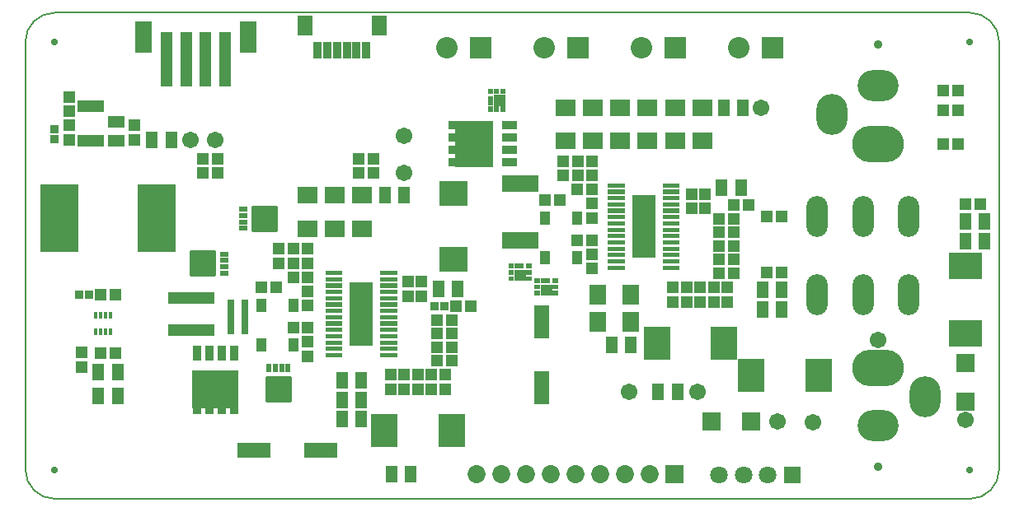
<source format=gts>
%FSTAX43Y43*%
%MOMM*%
G71*
G01*
G75*
G04 Layer_Color=8388736*
%ADD10R,2.500X3.300*%
%ADD11R,1.500X1.900*%
%ADD12R,1.600X0.300*%
%ADD13R,3.400X9.700*%
%ADD14R,0.400X0.455*%
%ADD15R,1.050X1.100*%
%ADD16R,0.400X0.850*%
%ADD17C,1.500*%
%ADD18R,1.400X0.700*%
%ADD19R,3.800X4.500*%
%ADD20R,0.900X0.900*%
%ADD21R,1.700X1.700*%
%ADD22R,1.000X1.400*%
%ADD23R,1.700X1.700*%
%ADD24R,1.300X1.900*%
%ADD25R,0.650X1.600*%
%ADD26R,1.000X5.500*%
%ADD27R,1.600X3.000*%
%ADD28R,4.000X7.000*%
%ADD29R,0.300X0.800*%
%ADD30R,3.300X2.500*%
%ADD31R,1.000X1.500*%
%ADD32R,1.900X1.500*%
%ADD33R,3.000X2.500*%
%ADD34R,3.500X1.500*%
%ADD35R,0.900X1.200*%
%ADD36R,0.900X0.900*%
%ADD37R,0.455X0.400*%
%ADD38R,1.100X1.050*%
%ADD39R,0.850X0.400*%
%ADD40R,1.499X3.404*%
%ADD41R,0.600X0.600*%
%ADD42R,0.400X0.700*%
G04:AMPARAMS|DCode=43|XSize=2.51mm|YSize=2.55mm|CornerRadius=0.063mm|HoleSize=0mm|Usage=FLASHONLY|Rotation=270.000|XOffset=0mm|YOffset=0mm|HoleType=Round|Shape=RoundedRectangle|*
%AMROUNDEDRECTD43*
21,1,2.510,2.425,0,0,270.0*
21,1,2.385,2.550,0,0,270.0*
1,1,0.126,-1.212,-1.192*
1,1,0.126,-1.212,1.192*
1,1,0.126,1.212,1.192*
1,1,0.126,1.212,-1.192*
%
%ADD43ROUNDEDRECTD43*%
%ADD44R,0.753X3.600*%
%ADD45R,3.404X1.499*%
%ADD46R,0.700X0.400*%
G04:AMPARAMS|DCode=47|XSize=2.51mm|YSize=2.55mm|CornerRadius=0.063mm|HoleSize=0mm|Usage=FLASHONLY|Rotation=0.000|XOffset=0mm|YOffset=0mm|HoleType=Round|Shape=RoundedRectangle|*
%AMROUNDEDRECTD47*
21,1,2.510,2.425,0,0,0.0*
21,1,2.385,2.550,0,0,0.0*
1,1,0.126,1.192,-1.212*
1,1,0.126,-1.192,-1.212*
1,1,0.126,-1.192,1.212*
1,1,0.126,1.192,1.212*
%
%ADD47ROUNDEDRECTD47*%
%ADD48R,2.500X1.000*%
%ADD49R,1.400X1.000*%
%ADD50R,0.700X1.400*%
%ADD51R,4.500X3.800*%
%ADD52R,0.600X0.600*%
%ADD53R,4.700X1.250*%
%ADD54C,1.000*%
%ADD55C,0.600*%
%ADD56C,0.500*%
%ADD57C,0.300*%
%ADD58C,1.500*%
%ADD59C,0.900*%
%ADD60C,0.400*%
%ADD61C,1.700*%
%ADD62R,11.700X1.200*%
%ADD63R,4.000X11.800*%
%ADD64R,2.500X1.250*%
%ADD65R,2.500X7.100*%
%ADD66R,5.300X3.150*%
%ADD67R,6.100X1.000*%
%ADD68R,2.500X2.100*%
%ADD69R,13.900X1.900*%
%ADD70R,6.600X1.900*%
%ADD71R,3.200X8.500*%
%ADD72R,1.400X10.500*%
%ADD73R,3.300X1.500*%
%ADD74R,1.500X9.100*%
%ADD75R,1.100X3.875*%
%ADD76R,7.900X4.400*%
%ADD77R,3.200X0.600*%
%ADD78R,3.875X1.600*%
%ADD79R,15.400X1.900*%
%ADD80R,2.500X9.900*%
%ADD81R,3.400X4.200*%
%ADD82R,8.300X5.400*%
%ADD83R,24.000X2.700*%
%ADD84R,3.000X2.800*%
%ADD85R,2.900X11.200*%
%ADD86R,1.400X3.600*%
%ADD87R,4.200X1.450*%
%ADD88R,3.400X0.800*%
%ADD89R,1.000X9.300*%
%ADD90R,4.200X0.900*%
%ADD91R,3.400X5.700*%
%ADD92R,7.100X3.400*%
%ADD93R,4.400X8.250*%
%ADD94R,3.800X7.000*%
%ADD95R,4.400X13.600*%
%ADD96R,1.800X7.200*%
%ADD97R,5.100X10.400*%
%ADD98R,5.100X4.000*%
%ADD99R,7.200X5.500*%
%ADD100R,8.400X1.300*%
%ADD101R,6.100X3.100*%
%ADD102C,0.200*%
%ADD103R,2.000X2.000*%
%ADD104C,2.000*%
%ADD105C,0.500*%
%ADD106O,5.080X3.500*%
%ADD107O,3.000X4.000*%
%ADD108O,4.000X3.000*%
%ADD109C,0.700*%
%ADD110O,2.000X4.000*%
%ADD111C,1.700*%
%ADD112C,1.600*%
%ADD113R,1.600X1.600*%
%ADD114C,0.600*%
G04:AMPARAMS|DCode=115|XSize=14mm|YSize=4mm|CornerRadius=1mm|HoleSize=0mm|Usage=FLASHONLY|Rotation=0.000|XOffset=0mm|YOffset=0mm|HoleType=Round|Shape=RoundedRectangle|*
%AMROUNDEDRECTD115*
21,1,14.000,2.000,0,0,0.0*
21,1,12.000,4.000,0,0,0.0*
1,1,2.000,6.000,-1.000*
1,1,2.000,-6.000,-1.000*
1,1,2.000,-6.000,1.000*
1,1,2.000,6.000,1.000*
%
%ADD115ROUNDEDRECTD115*%
G04:AMPARAMS|DCode=116|XSize=14mm|YSize=4mm|CornerRadius=1mm|HoleSize=0mm|Usage=FLASHONLY|Rotation=270.000|XOffset=0mm|YOffset=0mm|HoleType=Round|Shape=RoundedRectangle|*
%AMROUNDEDRECTD116*
21,1,14.000,2.000,0,0,270.0*
21,1,12.000,4.000,0,0,270.0*
1,1,2.000,-1.000,-6.000*
1,1,2.000,-1.000,6.000*
1,1,2.000,1.000,6.000*
1,1,2.000,1.000,-6.000*
%
%ADD116ROUNDEDRECTD116*%
G04:AMPARAMS|DCode=117|XSize=8mm|YSize=8mm|CornerRadius=2mm|HoleSize=0mm|Usage=FLASHONLY|Rotation=270.000|XOffset=0mm|YOffset=0mm|HoleType=Round|Shape=RoundedRectangle|*
%AMROUNDEDRECTD117*
21,1,8.000,4.000,0,0,270.0*
21,1,4.000,8.000,0,0,270.0*
1,1,4.000,-2.000,-2.000*
1,1,4.000,-2.000,2.000*
1,1,4.000,2.000,2.000*
1,1,4.000,2.000,-2.000*
%
%ADD117ROUNDEDRECTD117*%
G04:AMPARAMS|DCode=118|XSize=9mm|YSize=4mm|CornerRadius=1mm|HoleSize=0mm|Usage=FLASHONLY|Rotation=270.000|XOffset=0mm|YOffset=0mm|HoleType=Round|Shape=RoundedRectangle|*
%AMROUNDEDRECTD118*
21,1,9.000,2.000,0,0,270.0*
21,1,7.000,4.000,0,0,270.0*
1,1,2.000,-1.000,-3.500*
1,1,2.000,-1.000,3.500*
1,1,2.000,1.000,3.500*
1,1,2.000,1.000,-3.500*
%
%ADD118ROUNDEDRECTD118*%
G04:AMPARAMS|DCode=119|XSize=3.5mm|YSize=5.5mm|CornerRadius=0.875mm|HoleSize=0mm|Usage=FLASHONLY|Rotation=270.000|XOffset=0mm|YOffset=0mm|HoleType=Round|Shape=RoundedRectangle|*
%AMROUNDEDRECTD119*
21,1,3.500,3.750,0,0,270.0*
21,1,1.750,5.500,0,0,270.0*
1,1,1.750,-1.875,-0.875*
1,1,1.750,-1.875,0.875*
1,1,1.750,1.875,0.875*
1,1,1.750,1.875,-0.875*
%
%ADD119ROUNDEDRECTD119*%
G04:AMPARAMS|DCode=120|XSize=3.5mm|YSize=3.5mm|CornerRadius=0.875mm|HoleSize=0mm|Usage=FLASHONLY|Rotation=270.000|XOffset=0mm|YOffset=0mm|HoleType=Round|Shape=RoundedRectangle|*
%AMROUNDEDRECTD120*
21,1,3.500,1.750,0,0,270.0*
21,1,1.750,3.500,0,0,270.0*
1,1,1.750,-0.875,-0.875*
1,1,1.750,-0.875,0.875*
1,1,1.750,0.875,0.875*
1,1,1.750,0.875,-0.875*
%
%ADD120ROUNDEDRECTD120*%
G04:AMPARAMS|DCode=121|XSize=6mm|YSize=5mm|CornerRadius=1.25mm|HoleSize=0mm|Usage=FLASHONLY|Rotation=270.000|XOffset=0mm|YOffset=0mm|HoleType=Round|Shape=RoundedRectangle|*
%AMROUNDEDRECTD121*
21,1,6.000,2.500,0,0,270.0*
21,1,3.500,5.000,0,0,270.0*
1,1,2.500,-1.250,-1.750*
1,1,2.500,-1.250,1.750*
1,1,2.500,1.250,1.750*
1,1,2.500,1.250,-1.750*
%
%ADD121ROUNDEDRECTD121*%
G04:AMPARAMS|DCode=122|XSize=6mm|YSize=7mm|CornerRadius=1.5mm|HoleSize=0mm|Usage=FLASHONLY|Rotation=270.000|XOffset=0mm|YOffset=0mm|HoleType=Round|Shape=RoundedRectangle|*
%AMROUNDEDRECTD122*
21,1,6.000,4.000,0,0,270.0*
21,1,3.000,7.000,0,0,270.0*
1,1,3.000,-2.000,-1.500*
1,1,3.000,-2.000,1.500*
1,1,3.000,2.000,1.500*
1,1,3.000,2.000,-1.500*
%
%ADD122ROUNDEDRECTD122*%
%ADD123C,2.000*%
%ADD124R,14.000X6.100*%
%ADD125C,0.100*%
%ADD126C,0.254*%
%ADD127C,0.152*%
%ADD128R,0.689X0.189*%
%ADD129R,2.703X3.503*%
%ADD130R,1.652X2.052*%
%ADD131C,1.703*%
%ADD132R,1.603X0.903*%
%ADD133R,4.003X4.703*%
%ADD134R,1.154X1.154*%
%ADD135R,1.903X1.903*%
%ADD136R,1.254X1.654*%
%ADD137R,1.903X1.903*%
%ADD138R,1.503X2.103*%
%ADD139R,0.853X1.803*%
%ADD140R,1.203X5.703*%
%ADD141R,1.803X3.203*%
%ADD142R,3.503X2.703*%
%ADD143R,1.254X1.754*%
%ADD144R,2.052X1.652*%
%ADD145R,3.703X1.703*%
%ADD146R,1.100X1.400*%
%ADD147R,1.154X1.154*%
%ADD148R,0.854X0.854*%
%ADD149R,0.603X0.903*%
G04:AMPARAMS|DCode=150|XSize=2.713mm|YSize=2.753mm|CornerRadius=0.164mm|HoleSize=0mm|Usage=FLASHONLY|Rotation=270.000|XOffset=0mm|YOffset=0mm|HoleType=Round|Shape=RoundedRectangle|*
%AMROUNDEDRECTD150*
21,1,2.713,2.425,0,0,270.0*
21,1,2.385,2.753,0,0,270.0*
1,1,0.329,-1.212,-1.192*
1,1,0.329,-1.212,1.192*
1,1,0.329,1.212,1.192*
1,1,0.329,1.212,-1.192*
%
%ADD150ROUNDEDRECTD150*%
%ADD151R,0.903X0.603*%
G04:AMPARAMS|DCode=152|XSize=2.713mm|YSize=2.753mm|CornerRadius=0.164mm|HoleSize=0mm|Usage=FLASHONLY|Rotation=0.000|XOffset=0mm|YOffset=0mm|HoleType=Round|Shape=RoundedRectangle|*
%AMROUNDEDRECTD152*
21,1,2.713,2.425,0,0,0.0*
21,1,2.385,2.753,0,0,0.0*
1,1,0.329,1.192,-1.212*
1,1,0.329,-1.192,-1.212*
1,1,0.329,-1.192,1.212*
1,1,0.329,1.192,1.212*
%
%ADD152ROUNDEDRECTD152*%
%ADD153R,2.703X1.203*%
%ADD154R,1.654X1.254*%
%ADD155R,0.903X1.603*%
%ADD156R,4.703X4.003*%
%ADD157R,0.854X0.854*%
%ADD158R,2.203X2.203*%
%ADD159C,2.203*%
%ADD160O,5.334X3.754*%
%ADD161O,3.200X4.200*%
%ADD162O,4.200X3.200*%
%ADD163C,0.903*%
%ADD164O,2.203X4.203*%
%ADD165C,0.703*%
%ADD166C,1.852*%
%ADD167R,1.852X1.852*%
%ADD168C,1.803*%
%ADD169R,1.803X1.803*%
G36*
X0270999Y0225121D02*
X0270444Y0225121D01*
X0270444Y0225621D01*
X0270999Y0225621D01*
X0270999Y0225121D01*
X0270999Y0225121D02*
G37*
G36*
X0269154Y0225121D02*
X0268599Y0225121D01*
X0268599Y0225621D01*
X0269154Y0225621D01*
X0269154Y0225121D01*
X0269154Y0225121D02*
G37*
G36*
X0254469Y0224626D02*
X0252729Y0224626D01*
X0252729Y0225066D01*
X0254469Y0225066D01*
X0254469Y0224626D01*
X0254469Y0224626D02*
G37*
G36*
X0269154Y0225771D02*
X0268599Y0225771D01*
X0268599Y0226271D01*
X0269154Y0226271D01*
X0269154Y0225771D01*
X0269154Y0225771D02*
G37*
G36*
X0254469Y0225276D02*
X0252729Y0225276D01*
X0252729Y0225716D01*
X0254469Y0225716D01*
X0254469Y0225276D01*
X0254469Y0225276D02*
G37*
G36*
X0248869Y0225276D02*
X0247129Y0225276D01*
X0247129Y0225716D01*
X0248869Y0225716D01*
X0248869Y0225276D01*
X0248869Y0225276D02*
G37*
G36*
X0248869Y0224626D02*
X0247129Y0224626D01*
X0247129Y0225066D01*
X0248869Y0225066D01*
X0248869Y0224626D01*
X0248869Y0224626D02*
G37*
G36*
X0254469Y0223976D02*
X0252729Y0223976D01*
X0252729Y0224416D01*
X0254469Y0224416D01*
X0254469Y0223976D01*
X0254469Y0223976D02*
G37*
G36*
X0248869Y0223976D02*
X0247129Y0223976D01*
X0247129Y0224416D01*
X0248869Y0224416D01*
X0248869Y0223976D01*
X0248869Y0223976D02*
G37*
G36*
X0254469Y0223326D02*
X0252729Y0223326D01*
X0252729Y0223766D01*
X0254469Y0223766D01*
X0254469Y0223326D01*
X0254469Y0223326D02*
G37*
G36*
X0270999Y0224471D02*
X0270444Y0224471D01*
X0270444Y0224971D01*
X0270999Y0224971D01*
X0270999Y0224471D01*
X0270999Y0224471D02*
G37*
G36*
X0270398Y0224471D02*
X0269199Y0224471D01*
X0269199Y0225621D01*
X0270398Y0225621D01*
X0270398Y0224471D01*
X0270398Y0224471D02*
G37*
G36*
X0269154Y0224471D02*
X0268599Y0224471D01*
X0268599Y0224971D01*
X0269154Y0224971D01*
X0269154Y0224471D01*
X0269154Y0224471D02*
G37*
G36*
X0270178Y0225771D02*
X0269228Y0225771D01*
X0269228Y0226271D01*
X0270178Y0226271D01*
X0270178Y0225771D01*
X0270178Y0225771D02*
G37*
G36*
X0266454Y0226621D02*
X0265898Y0226621D01*
X0265898Y0227121D01*
X0266454Y0227121D01*
X0266454Y0226621D01*
X0266454Y0226621D02*
G37*
G36*
X0254469Y0226576D02*
X0252729Y0226576D01*
X0252729Y0227016D01*
X0254469Y0227016D01*
X0254469Y0226576D01*
X0254469Y0226576D02*
G37*
G36*
X0248869Y0226576D02*
X0247129Y0226576D01*
X0247129Y0227016D01*
X0248869Y0227016D01*
X0248869Y0226576D01*
X0248869Y0226576D02*
G37*
G36*
X0237049Y0226646D02*
X0236449Y0226646D01*
X0236449Y0226946D01*
X0237049Y0226946D01*
X0237049Y0226646D01*
X0237049Y0226646D02*
G37*
G36*
X0233983Y0226646D02*
X0233349Y0226646D01*
X0233349Y0226946D01*
X0233983Y0226946D01*
X0233983Y0226646D01*
X0233983Y0226646D02*
G37*
G36*
X0268299Y0226621D02*
X0267743Y0226621D01*
X0267743Y0227121D01*
X0268299Y0227121D01*
X0268299Y0226621D01*
X0268299Y0226621D02*
G37*
G36*
X0235759Y0226546D02*
X0233984Y0226546D01*
X0233984Y0228997D01*
X0235759Y0228997D01*
X0235759Y0226546D01*
X0235759Y0226546D02*
G37*
G36*
X0254469Y0225926D02*
X0252729Y0225926D01*
X0252729Y0226366D01*
X0254469Y0226366D01*
X0254469Y0225926D01*
X0254469Y0225926D02*
G37*
G36*
X0248869Y0225926D02*
X0247129Y0225926D01*
X0247129Y0226366D01*
X0248869Y0226366D01*
X0248869Y0225926D01*
X0248869Y0225926D02*
G37*
G36*
X0270999Y0225771D02*
X0270444Y0225771D01*
X0270444Y0226271D01*
X0270999Y0226271D01*
X0270999Y0225771D01*
X0270999Y0225771D02*
G37*
G36*
X0268299Y0225971D02*
X0267743Y0225971D01*
X0267743Y0226471D01*
X0268299Y0226471D01*
X0268299Y0225971D01*
X0268299Y0225971D02*
G37*
G36*
X0267699Y0225971D02*
X0266499Y0225971D01*
X0266499Y0227121D01*
X0267699Y0227121D01*
X0267699Y0225971D01*
X0267699Y0225971D02*
G37*
G36*
X0266454Y0225971D02*
X0265898Y0225971D01*
X0265898Y0226471D01*
X0266454Y0226471D01*
X0266454Y0225971D01*
X0266454Y0225971D02*
G37*
G36*
X0248869Y0218126D02*
X0247129Y0218126D01*
X0247129Y0218566D01*
X0248869Y0218566D01*
X0248869Y0218126D01*
X0248869Y0218126D02*
G37*
G36*
X0243424Y0216721D02*
X0243124Y0216721D01*
X0243124Y0217321D01*
X0243424Y0217321D01*
X0243424Y0216721D01*
X0243424Y0216721D02*
G37*
G36*
X0242774Y0216721D02*
X0242474Y0216721D01*
X0242474Y0217322D01*
X0242774Y0217322D01*
X0242774Y0216721D01*
X0242774Y0216721D02*
G37*
G36*
X0254469Y0218776D02*
X0252729Y0218776D01*
X0252729Y0219216D01*
X0254469Y0219216D01*
X0254469Y0218776D01*
X0254469Y0218776D02*
G37*
G36*
X0248869Y0218776D02*
X0247129Y0218776D01*
X0247129Y0219216D01*
X0248869Y0219216D01*
X0248869Y0218776D01*
X0248869Y0218776D02*
G37*
G36*
X0254469Y0218126D02*
X0252729Y0218126D01*
X0252729Y0218566D01*
X0254469Y0218566D01*
X0254469Y0218126D01*
X0254469Y0218126D02*
G37*
G36*
X0242124Y0216721D02*
X0241823Y0216721D01*
X0241823Y0217322D01*
X0242124Y0217322D01*
X0242124Y0216721D01*
X0242124Y0216721D02*
G37*
G36*
X0242774Y0213621D02*
X0242474Y0213621D01*
X0242474Y0214255D01*
X0242774Y0214255D01*
X0242774Y0213621D01*
X0242774Y0213621D02*
G37*
G36*
X0242124Y0213621D02*
X0241823Y0213621D01*
X0241823Y0214256D01*
X0242124Y0214256D01*
X0242124Y0213621D01*
X0242124Y0213621D02*
G37*
G36*
X0241474Y0213621D02*
X0241172Y0213621D01*
X0241172Y0214255D01*
X0241474Y0214255D01*
X0241474Y0213621D01*
X0241474Y0213621D02*
G37*
G36*
X0241474Y0216721D02*
X0241173Y0216721D01*
X0241173Y0217321D01*
X0241474Y0217321D01*
X0241474Y0216721D01*
X0241474Y0216721D02*
G37*
G36*
X0243524Y0214256D02*
X0241073Y0214256D01*
X0241073Y0216031D01*
X0243524Y0216031D01*
X0243524Y0214256D01*
X0243524Y0214256D02*
G37*
G36*
X0243424Y0213621D02*
X0243124Y0213621D01*
X0243124Y0214256D01*
X0243424Y0214256D01*
X0243424Y0213621D01*
X0243424Y0213621D02*
G37*
G36*
X0251999Y0219341D02*
X0249599Y0219341D01*
X0249599Y0225801D01*
X0251999Y0225801D01*
X0251999Y0219341D01*
X0251999Y0219341D02*
G37*
G36*
X0254469Y0222026D02*
X0252729Y0222026D01*
X0252729Y0222466D01*
X0254469Y0222466D01*
X0254469Y0222026D01*
X0254469Y0222026D02*
G37*
G36*
X0248869Y0222026D02*
X0247129Y0222026D01*
X0247129Y0222466D01*
X0248869Y0222466D01*
X0248869Y0222026D01*
X0248869Y0222026D02*
G37*
G36*
X0254469Y0221376D02*
X0252729Y0221376D01*
X0252729Y0221816D01*
X0254469Y0221816D01*
X0254469Y0221376D01*
X0254469Y0221376D02*
G37*
G36*
X0248869Y0223326D02*
X0247129Y0223326D01*
X0247129Y0223766D01*
X0248869Y0223766D01*
X0248869Y0223326D01*
X0248869Y0223326D02*
G37*
G36*
X0254469Y0222676D02*
X0252729Y0222676D01*
X0252729Y0223116D01*
X0254469Y0223116D01*
X0254469Y0222676D01*
X0254469Y0222676D02*
G37*
G36*
X0248869Y0222676D02*
X0247129Y0222676D01*
X0247129Y0223116D01*
X0248869Y0223116D01*
X0248869Y0222676D01*
X0248869Y0222676D02*
G37*
G36*
X0248869Y0221376D02*
X0247129Y0221376D01*
X0247129Y0221816D01*
X0248869Y0221816D01*
X0248869Y0221376D01*
X0248869Y0221376D02*
G37*
G36*
X0248869Y0220076D02*
X0247129Y0220076D01*
X0247129Y0220516D01*
X0248869Y0220516D01*
X0248869Y0220076D01*
X0248869Y0220076D02*
G37*
G36*
X0254469Y0219426D02*
X0252729Y0219426D01*
X0252729Y0219866D01*
X0254469Y0219866D01*
X0254469Y0219426D01*
X0254469Y0219426D02*
G37*
G36*
X0248869Y0219426D02*
X0247129Y0219426D01*
X0247129Y0219866D01*
X0248869Y0219866D01*
X0248869Y0219426D01*
X0248869Y0219426D02*
G37*
G36*
X0254469Y0220726D02*
X0252729Y0220726D01*
X0252729Y0221166D01*
X0254469Y0221166D01*
X0254469Y0220726D01*
X0254469Y0220726D02*
G37*
G36*
X0248869Y0220726D02*
X0247129Y0220726D01*
X0247129Y0221166D01*
X0248869Y0221166D01*
X0248869Y0220726D01*
X0248869Y0220726D02*
G37*
G36*
X0254469Y0220076D02*
X0252729Y0220076D01*
X0252729Y0220516D01*
X0254469Y0220516D01*
X0254469Y0220076D01*
X0254469Y0220076D02*
G37*
G36*
X0277868Y0227126D02*
X0276129Y0227126D01*
X0276129Y0227566D01*
X0277868Y0227566D01*
X0277868Y0227126D01*
X0277868Y0227126D02*
G37*
G36*
X0238949Y0233196D02*
X0238348Y0233196D01*
X0238348Y0233496D01*
X0238949Y0233496D01*
X0238949Y0233196D01*
X0238949Y0233196D02*
G37*
G36*
X0283469Y0232976D02*
X0281729Y0232976D01*
X0281729Y0233416D01*
X0283469Y0233416D01*
X0283469Y0232976D01*
X0283469Y0232976D02*
G37*
G36*
X0277868Y0232976D02*
X0276129Y0232976D01*
X0276129Y0233416D01*
X0277868Y0233416D01*
X0277868Y0232976D01*
X0277868Y0232976D02*
G37*
G36*
X0283469Y0233626D02*
X0281729Y0233626D01*
X0281729Y0234066D01*
X0283469Y0234066D01*
X0283469Y0233626D01*
X0283469Y0233626D02*
G37*
G36*
X0277868Y0233626D02*
X0276129Y0233626D01*
X0276129Y0234066D01*
X0277868Y0234066D01*
X0277868Y0233626D01*
X0277868Y0233626D02*
G37*
G36*
X0242049Y0233196D02*
X0241414Y0233196D01*
X0241414Y0233496D01*
X0242049Y0233496D01*
X0242049Y0233196D01*
X0242049Y0233196D02*
G37*
G36*
X0242049Y0232546D02*
X0241415Y0232546D01*
X0241415Y0232846D01*
X0242049Y0232846D01*
X0242049Y0232546D01*
X0242049Y0232546D02*
G37*
G36*
X0242049Y0231896D02*
X0241414Y0231896D01*
X0241414Y0232196D01*
X0242049Y0232196D01*
X0242049Y0231896D01*
X0242049Y0231896D02*
G37*
G36*
X0238949Y0231896D02*
X0238348Y0231896D01*
X0238348Y0232196D01*
X0238949Y0232196D01*
X0238949Y0231896D01*
X0238949Y0231896D02*
G37*
G36*
X0283469Y0231676D02*
X0281729Y0231676D01*
X0281729Y0232116D01*
X0283469Y0232116D01*
X0283469Y0231676D01*
X0283469Y0231676D02*
G37*
G36*
X0238949Y0232546D02*
X0238348Y0232546D01*
X0238348Y0232846D01*
X0238949Y0232846D01*
X0238949Y0232546D01*
X0238949Y0232546D02*
G37*
G36*
X0283469Y0232326D02*
X0281729Y0232326D01*
X0281729Y0232766D01*
X0283469Y0232766D01*
X0283469Y0232326D01*
X0283469Y0232326D02*
G37*
G36*
X0277868Y0232326D02*
X0276129Y0232326D01*
X0276129Y0232766D01*
X0277868Y0232766D01*
X0277868Y0232326D01*
X0277868Y0232326D02*
G37*
G36*
X0277868Y0234276D02*
X0276129Y0234276D01*
X0276129Y0234716D01*
X0277868Y0234716D01*
X0277868Y0234276D01*
X0277868Y0234276D02*
G37*
G36*
X0264299Y0244D02*
X0263799Y0244D01*
X0263799Y024495D01*
X0264299Y024495D01*
X0264299Y0244D01*
X0264299Y0244D02*
G37*
G36*
X0265599Y0243971D02*
X0264449Y0243971D01*
X0264449Y0245171D01*
X0265599Y0245171D01*
X0265599Y0243971D01*
X0265599Y0243971D02*
G37*
G36*
X0265599Y0243371D02*
X0265099Y0243371D01*
X0265099Y0243926D01*
X0265599Y0243926D01*
X0265599Y0243371D01*
X0265599Y0243371D02*
G37*
G36*
X0264949Y0245216D02*
X0264449Y0245216D01*
X0264449Y0245771D01*
X0264949Y0245771D01*
X0264949Y0245216D01*
X0264949Y0245216D02*
G37*
G36*
X0265599Y0245216D02*
X0265099Y0245216D01*
X0265099Y0245771D01*
X0265599Y0245771D01*
X0265599Y0245216D01*
X0265599Y0245216D02*
G37*
G36*
X0264299Y0245216D02*
X0263799Y0245216D01*
X0263799Y0245771D01*
X0264299Y0245771D01*
X0264299Y0245216D01*
X0264299Y0245216D02*
G37*
G36*
X0264949Y0243371D02*
X0264449Y0243371D01*
X0264449Y0243926D01*
X0264949Y0243926D01*
X0264949Y0243371D01*
X0264949Y0243371D02*
G37*
G36*
X0283469Y0234926D02*
X0281729Y0234926D01*
X0281729Y0235366D01*
X0283469Y0235366D01*
X0283469Y0234926D01*
X0283469Y0234926D02*
G37*
G36*
X0277868Y0234926D02*
X0276129Y0234926D01*
X0276129Y0235366D01*
X0277868Y0235366D01*
X0277868Y0234926D01*
X0277868Y0234926D02*
G37*
G36*
X0283469Y0234276D02*
X0281729Y0234276D01*
X0281729Y0234716D01*
X0283469Y0234716D01*
X0283469Y0234276D01*
X0283469Y0234276D02*
G37*
G36*
X0264299Y0243371D02*
X0263799Y0243371D01*
X0263799Y0243926D01*
X0264299Y0243926D01*
X0264299Y0243371D01*
X0264299Y0243371D02*
G37*
G36*
X0283469Y0235576D02*
X0281729Y0235576D01*
X0281729Y0236016D01*
X0283469Y0236016D01*
X0283469Y0235576D01*
X0283469Y0235576D02*
G37*
G36*
X0277868Y0235576D02*
X0276129Y0235576D01*
X0276129Y0236016D01*
X0277868Y0236016D01*
X0277868Y0235576D01*
X0277868Y0235576D02*
G37*
G36*
X0237049Y0227946D02*
X0236449Y0227946D01*
X0236449Y0228246D01*
X0237049Y0228246D01*
X0237049Y0227946D01*
X0237049Y0227946D02*
G37*
G36*
X0233983Y0227946D02*
X0233349Y0227946D01*
X0233349Y0228246D01*
X0233983Y0228246D01*
X0233983Y0227946D01*
X0233983Y0227946D02*
G37*
G36*
X0283469Y0227776D02*
X0281729Y0227776D01*
X0281729Y0228216D01*
X0283469Y0228216D01*
X0283469Y0227776D01*
X0283469Y0227776D02*
G37*
G36*
X0283469Y0228426D02*
X0281729Y0228426D01*
X0281729Y0228866D01*
X0283469Y0228866D01*
X0283469Y0228426D01*
X0283469Y0228426D02*
G37*
G36*
X0277868Y0228426D02*
X0276129Y0228426D01*
X0276129Y0228866D01*
X0277868Y0228866D01*
X0277868Y0228426D01*
X0277868Y0228426D02*
G37*
G36*
X0280999Y0228341D02*
X0278599Y0228341D01*
X0278599Y0234801D01*
X0280999Y0234801D01*
X0280999Y0228341D01*
X0280999Y0228341D02*
G37*
G36*
X0277868Y0227776D02*
X0276129Y0227776D01*
X0276129Y0228216D01*
X0277868Y0228216D01*
X0277868Y0227776D01*
X0277868Y0227776D02*
G37*
G36*
X0267478Y0227271D02*
X0266527Y0227271D01*
X0266527Y0227771D01*
X0267478Y0227771D01*
X0267478Y0227271D01*
X0267478Y0227271D02*
G37*
G36*
X0266454Y0227271D02*
X0265898Y0227271D01*
X0265898Y0227771D01*
X0266454Y0227771D01*
X0266454Y0227271D01*
X0266454Y0227271D02*
G37*
G36*
X0283469Y0227126D02*
X0281729Y0227126D01*
X0281729Y0227566D01*
X0283469Y0227566D01*
X0283469Y0227126D01*
X0283469Y0227126D02*
G37*
G36*
X0237049Y0227296D02*
X0236449Y0227296D01*
X0236449Y0227596D01*
X0237049Y0227596D01*
X0237049Y0227296D01*
X0237049Y0227296D02*
G37*
G36*
X0233982Y0227296D02*
X0233349Y0227296D01*
X0233349Y0227596D01*
X0233982Y0227596D01*
X0233982Y0227296D01*
X0233982Y0227296D02*
G37*
G36*
X0268299Y0227271D02*
X0267743Y0227271D01*
X0267743Y0227771D01*
X0268299Y0227771D01*
X0268299Y0227271D01*
X0268299Y0227271D02*
G37*
G36*
X0233982Y0228596D02*
X0233349Y0228596D01*
X0233349Y0228897D01*
X0233982Y0228897D01*
X0233982Y0228596D01*
X0233982Y0228596D02*
G37*
G36*
X0241414Y0231145D02*
X0239638Y0231145D01*
X0239638Y0233596D01*
X0241414Y0233596D01*
X0241414Y0231145D01*
X0241414Y0231145D02*
G37*
G36*
X0283469Y0231026D02*
X0281729Y0231026D01*
X0281729Y0231466D01*
X0283469Y0231466D01*
X0283469Y0231026D01*
X0283469Y0231026D02*
G37*
G36*
X0277868Y0231026D02*
X0276129Y0231026D01*
X0276129Y0231466D01*
X0277868Y0231466D01*
X0277868Y0231026D01*
X0277868Y0231026D02*
G37*
G36*
X0277868Y0231676D02*
X0276129Y0231676D01*
X0276129Y0232116D01*
X0277868Y0232116D01*
X0277868Y0231676D01*
X0277868Y0231676D02*
G37*
G36*
X0238949Y0231246D02*
X0238348Y0231246D01*
X0238348Y0231546D01*
X0238949Y0231546D01*
X0238949Y0231246D01*
X0238949Y0231246D02*
G37*
G36*
X0242049Y0231245D02*
X0241415Y0231245D01*
X0241415Y0231546D01*
X0242049Y0231546D01*
X0242049Y0231245D01*
X0242049Y0231245D02*
G37*
G36*
X0283469Y0230376D02*
X0281729Y0230376D01*
X0281729Y0230816D01*
X0283469Y0230816D01*
X0283469Y0230376D01*
X0283469Y0230376D02*
G37*
G36*
X0283469Y0229076D02*
X0281729Y0229076D01*
X0281729Y0229516D01*
X0283469Y0229516D01*
X0283469Y0229076D01*
X0283469Y0229076D02*
G37*
G36*
X0277868Y0229076D02*
X0276129Y0229076D01*
X0276129Y0229516D01*
X0277868Y0229516D01*
X0277868Y0229076D01*
X0277868Y0229076D02*
G37*
G36*
X0237049Y0228596D02*
X0236449Y0228596D01*
X0236449Y0228896D01*
X0237049Y0228896D01*
X0237049Y0228596D01*
X0237049Y0228596D02*
G37*
G36*
X0277868Y0230376D02*
X0276129Y0230376D01*
X0276129Y0230816D01*
X0277868Y0230816D01*
X0277868Y0230376D01*
X0277868Y0230376D02*
G37*
G36*
X0283469Y0229726D02*
X0281729Y0229726D01*
X0281729Y0230166D01*
X0283469Y0230166D01*
X0283469Y0229726D01*
X0283469Y0229726D02*
G37*
G36*
X0277868Y0229726D02*
X0276129Y0229726D01*
X0276129Y0230166D01*
X0277868Y0230166D01*
X0277868Y0229726D01*
X0277868Y0229726D02*
G37*
D28*
X0219799Y0232471D02*
D03*
X0229799Y0232471D02*
D03*
D29*
X0223548Y0220721D02*
D03*
X0224048Y0220721D02*
D03*
X0224549Y0220721D02*
D03*
X0225049Y0220721D02*
D03*
X0225049Y0222421D02*
D03*
X0224549Y0222421D02*
D03*
X0224048Y0222421D02*
D03*
X0223548Y0222421D02*
D03*
D33*
X0260299Y0234971D02*
D03*
X0260299Y0228171D02*
D03*
D40*
X0269299Y0214971D02*
D03*
X0269299Y0221771D02*
D03*
D44*
X0238825Y0222246D02*
D03*
X0237372Y0222246D02*
D03*
D45*
X0246599Y0208571D02*
D03*
X0239799Y0208571D02*
D03*
D53*
X0233299Y0220946D02*
D03*
X0233299Y0224196D02*
D03*
D102*
X0313299Y0203571D02*
G03*
X0316299Y0206571I0J0003D01*
G01*
X0316299Y0250571D02*
G03*
X0313299Y0253571I-0003J0D01*
G01*
X0219299Y0253571D02*
G03*
X0216299Y0250571I0J-0003D01*
G01*
X0216299Y0206571D02*
G03*
X0219299Y0203571I0003J0D01*
G01*
X0219299Y0253571D02*
X0313299Y0253571D01*
X0316299Y0206571D02*
X0316299Y0250571D01*
X0219299Y0203571D02*
X0313299Y0203571D01*
X0216299Y0206571D02*
X0216299Y0250571D01*
D129*
X0260049Y0210571D02*
D03*
X0253149Y0210571D02*
D03*
X0288049Y0219571D02*
D03*
X0281148Y0219571D02*
D03*
X0297749Y0216271D02*
D03*
X0290849Y0216271D02*
D03*
D130*
X0278499Y0224571D02*
D03*
X0275099Y0224571D02*
D03*
X0278499Y0221771D02*
D03*
X0275099Y0221771D02*
D03*
D131*
X0291799Y0243771D02*
D03*
X0312799Y0211671D02*
D03*
X0235799Y0240521D02*
D03*
X0233249Y0240521D02*
D03*
X0255199Y0240871D02*
D03*
X0255199Y0237071D02*
D03*
X0303898Y0219871D02*
D03*
X0297199Y0211471D02*
D03*
X0278299Y0214571D02*
D03*
X0293499Y0211571D02*
D03*
X0285299Y0214571D02*
D03*
D132*
X0266049Y0241976D02*
D03*
X0266049Y0240706D02*
D03*
X0266049Y0239436D02*
D03*
X0266049Y0238166D02*
D03*
X0260549Y0238166D02*
D03*
X0260549Y0239436D02*
D03*
X0260549Y0240706D02*
D03*
X0260549Y0241976D02*
D03*
D133*
X0262349Y0240071D02*
D03*
D134*
X0310549Y0240071D02*
D03*
X0312049Y0240071D02*
D03*
X0314349Y0233871D02*
D03*
X0312849Y0233871D02*
D03*
X0236049Y0237071D02*
D03*
X0234549Y0237071D02*
D03*
X0234549Y0238571D02*
D03*
X0236049Y0238571D02*
D03*
X0250549Y0237071D02*
D03*
X0252049Y0237071D02*
D03*
X0252049Y0238571D02*
D03*
X0250549Y0238571D02*
D03*
X0312049Y0243571D02*
D03*
X0310549Y0243571D02*
D03*
X0310549Y0245571D02*
D03*
X0312049Y0245571D02*
D03*
X0271549Y0238321D02*
D03*
X0273049Y0238321D02*
D03*
X0271549Y0236821D02*
D03*
X0273049Y0236821D02*
D03*
X0274499Y0235371D02*
D03*
X0272999Y0235371D02*
D03*
X0271148Y0234271D02*
D03*
X0269648Y0234271D02*
D03*
X0289049Y0228171D02*
D03*
X0287549Y0228171D02*
D03*
X0289049Y0226771D02*
D03*
X0287549Y0226771D02*
D03*
X0290549Y0233771D02*
D03*
X0289049Y0233771D02*
D03*
X0287549Y0229571D02*
D03*
X0289049Y0229571D02*
D03*
X0287549Y0232371D02*
D03*
X0289049Y0232371D02*
D03*
X0287549Y0230971D02*
D03*
X0289049Y0230971D02*
D03*
X0292449Y0232571D02*
D03*
X0293949Y0232571D02*
D03*
X0292449Y0226871D02*
D03*
X0293949Y0226871D02*
D03*
X0272949Y0230171D02*
D03*
X0274449Y0230171D02*
D03*
X0260049Y0219171D02*
D03*
X0258549Y0219171D02*
D03*
X0260049Y0217771D02*
D03*
X0258549Y0217771D02*
D03*
X0262049Y0223371D02*
D03*
X0260549Y0223371D02*
D03*
X0258549Y0220571D02*
D03*
X0260049Y0220571D02*
D03*
X0258549Y0221971D02*
D03*
X0260049Y0221971D02*
D03*
X0242349Y0229271D02*
D03*
X0243849Y0229271D02*
D03*
X0242349Y0227771D02*
D03*
X0243849Y0227771D02*
D03*
X0245299Y0226371D02*
D03*
X0243799Y0226371D02*
D03*
X0242049Y0225371D02*
D03*
X0240549Y0225371D02*
D03*
X0243799Y0221171D02*
D03*
X0245299Y0221171D02*
D03*
X0225549Y0218571D02*
D03*
X0224049Y0218571D02*
D03*
X0225549Y0224571D02*
D03*
X0224049Y0224571D02*
D03*
D135*
X0286799Y0211571D02*
D03*
X0290799Y0211571D02*
D03*
D136*
X0314799Y0232071D02*
D03*
X0312799Y0232071D02*
D03*
X0314799Y0230071D02*
D03*
X0312799Y0230071D02*
D03*
X0287799Y0235571D02*
D03*
X0289799Y0235571D02*
D03*
X0291999Y0225071D02*
D03*
X0293999Y0225071D02*
D03*
X0291999Y0223071D02*
D03*
X0293999Y0223071D02*
D03*
X0278499Y0219371D02*
D03*
X0276499Y0219371D02*
D03*
X0258699Y0225171D02*
D03*
X0260699Y0225171D02*
D03*
X0250799Y0211771D02*
D03*
X0248799Y0211771D02*
D03*
X0250799Y0213771D02*
D03*
X0248799Y0213771D02*
D03*
X0250799Y0215771D02*
D03*
X0248799Y0215771D02*
D03*
X0225799Y0216571D02*
D03*
X0223799Y0216571D02*
D03*
D137*
X0312799Y0213571D02*
D03*
X0312799Y0217571D02*
D03*
D138*
X0244999Y0252266D02*
D03*
X0252599Y0252266D02*
D03*
D139*
X0246299Y0249741D02*
D03*
X0247299Y0249741D02*
D03*
X0248299Y0249741D02*
D03*
X0249299Y0249741D02*
D03*
X0250299Y0249741D02*
D03*
X0251299Y0249741D02*
D03*
D140*
X0230799Y0248821D02*
D03*
X0232799Y0248821D02*
D03*
X0234799Y0248821D02*
D03*
X0236799Y0248821D02*
D03*
D141*
X0228399Y0251071D02*
D03*
X0239199Y0251071D02*
D03*
D142*
X0312799Y0227521D02*
D03*
X0312799Y0220621D02*
D03*
D143*
X0289999Y0243771D02*
D03*
X0287999Y0243771D02*
D03*
X0283299Y0214571D02*
D03*
X0281299Y0214571D02*
D03*
X0255899Y0206071D02*
D03*
X0253899Y0206071D02*
D03*
X0253199Y0234771D02*
D03*
X0255199Y0234771D02*
D03*
X0229299Y0240521D02*
D03*
X0231299Y0240521D02*
D03*
X0225799Y0214171D02*
D03*
X0223799Y0214171D02*
D03*
D144*
X0271799Y0240371D02*
D03*
X0271799Y0243771D02*
D03*
X0274599Y0240371D02*
D03*
X0274599Y0243771D02*
D03*
X0277398Y0240371D02*
D03*
X0277398Y0243771D02*
D03*
X0280199Y0240371D02*
D03*
X0280199Y0243771D02*
D03*
X0285799Y0240371D02*
D03*
X0285799Y0243771D02*
D03*
X0282999Y0240371D02*
D03*
X0282999Y0243771D02*
D03*
X0245299Y0231371D02*
D03*
X0245299Y0234771D02*
D03*
X0248099Y0231371D02*
D03*
X0248099Y0234771D02*
D03*
X0250899Y0231371D02*
D03*
X0250899Y0234771D02*
D03*
D145*
X0267099Y0235971D02*
D03*
X0267099Y0230171D02*
D03*
D146*
X0269648Y0232446D02*
D03*
X0272949Y0232446D02*
D03*
X0269648Y0228371D02*
D03*
X0272949Y0228371D02*
D03*
X0240549Y0223446D02*
D03*
X0243849Y0223446D02*
D03*
X0240549Y0219371D02*
D03*
X0243849Y0219371D02*
D03*
D147*
X0274499Y0238321D02*
D03*
X0274499Y0236821D02*
D03*
X0274499Y0232446D02*
D03*
X0274499Y0233946D02*
D03*
X0286099Y0234921D02*
D03*
X0286099Y0233421D02*
D03*
X0284699Y0233421D02*
D03*
X0284699Y0234921D02*
D03*
X0288398Y0223821D02*
D03*
X0288398Y0225321D02*
D03*
X0285599Y0223821D02*
D03*
X0285599Y0225321D02*
D03*
X0284199Y0223821D02*
D03*
X0284199Y0225321D02*
D03*
X0282799Y0223821D02*
D03*
X0282799Y0225321D02*
D03*
X0286999Y0223821D02*
D03*
X0286999Y0225321D02*
D03*
X0274499Y0228746D02*
D03*
X0274499Y0227246D02*
D03*
X0256999Y0225921D02*
D03*
X0256999Y0224421D02*
D03*
X0255599Y0224421D02*
D03*
X0255599Y0225921D02*
D03*
X0259398Y0214821D02*
D03*
X0259398Y0216321D02*
D03*
X0256599Y0214821D02*
D03*
X0256599Y0216321D02*
D03*
X0255199Y0214821D02*
D03*
X0255199Y0216321D02*
D03*
X0253799Y0214821D02*
D03*
X0253799Y0216321D02*
D03*
X0257999Y0214821D02*
D03*
X0257999Y0216321D02*
D03*
X0245299Y0229271D02*
D03*
X0245299Y0227771D02*
D03*
X0245299Y0223446D02*
D03*
X0245299Y0224946D02*
D03*
X0245299Y0219746D02*
D03*
X0245299Y0218246D02*
D03*
X0220799Y0244921D02*
D03*
X0220799Y0243421D02*
D03*
X0220799Y0242021D02*
D03*
X0220799Y0240521D02*
D03*
X0227499Y0242021D02*
D03*
X0227499Y0240521D02*
D03*
X0222099Y0218621D02*
D03*
X0222099Y0217121D02*
D03*
D148*
X0259299Y0223371D02*
D03*
X0258299Y0223371D02*
D03*
X0221799Y0224571D02*
D03*
X0222799Y0224571D02*
D03*
D149*
X0243274Y0217021D02*
D03*
X0242624Y0217021D02*
D03*
X0241974Y0217021D02*
D03*
X0241324Y0217021D02*
D03*
D150*
X0242299Y0214826D02*
D03*
D151*
X0238649Y0233346D02*
D03*
X0238649Y0232696D02*
D03*
X0238649Y0232046D02*
D03*
X0238649Y0231396D02*
D03*
X0236749Y0226796D02*
D03*
X0236749Y0227446D02*
D03*
X0236749Y0228096D02*
D03*
X0236749Y0228746D02*
D03*
D152*
X0240844Y0232371D02*
D03*
X0234554Y0227771D02*
D03*
D153*
X0222999Y0240421D02*
D03*
X0222999Y0243921D02*
D03*
D154*
X0225599Y0242371D02*
D03*
X0225599Y0240371D02*
D03*
D155*
X0233894Y0218521D02*
D03*
X0235164Y0218521D02*
D03*
X0236434Y0218521D02*
D03*
X0237704Y0218521D02*
D03*
X0237704Y0213021D02*
D03*
X0236434Y0213021D02*
D03*
X0235164Y0213021D02*
D03*
X0233894Y0213021D02*
D03*
D156*
X0235799Y0214821D02*
D03*
D157*
X0219299Y0240571D02*
D03*
X0219299Y0241571D02*
D03*
D158*
X0263049Y0249971D02*
D03*
X0273049Y0249971D02*
D03*
X0283049Y0249971D02*
D03*
X0293049Y0249971D02*
D03*
D159*
X0259549Y0249971D02*
D03*
X0269549Y0249971D02*
D03*
X0279549Y0249971D02*
D03*
X0289549Y0249971D02*
D03*
D160*
X0303898Y0240071D02*
D03*
X0303898Y0217071D02*
D03*
D161*
X0299099Y0243071D02*
D03*
X0308699Y0214071D02*
D03*
D162*
X0303898Y0246071D02*
D03*
X0303898Y0211071D02*
D03*
D163*
X0303898Y0250271D02*
D03*
X0303898Y0206871D02*
D03*
D164*
X0306999Y0232571D02*
D03*
X0297599Y0232571D02*
D03*
X0302299Y0232571D02*
D03*
X0306999Y0224571D02*
D03*
X0297599Y0224571D02*
D03*
X0302299Y0224571D02*
D03*
D165*
X0219299Y0206571D02*
D03*
X0313299Y0206571D02*
D03*
X0313299Y0250571D02*
D03*
X0219299Y0250571D02*
D03*
X0241324Y0214321D02*
D03*
X0241324Y0215226D02*
D03*
X0243274Y0215226D02*
D03*
X0243274Y0214321D02*
D03*
X0242299Y0213868D02*
D03*
X0242299Y0214773D02*
D03*
X0242299Y0215678D02*
D03*
X0241349Y0231396D02*
D03*
X0240444Y0231396D02*
D03*
X0240444Y0233346D02*
D03*
X0241349Y0233346D02*
D03*
X0241802Y0232371D02*
D03*
X0240897Y0232371D02*
D03*
X0239992Y0232371D02*
D03*
X0234049Y0228746D02*
D03*
X0234954Y0228746D02*
D03*
X0234954Y0226796D02*
D03*
X0234049Y0226796D02*
D03*
X0233596Y0227771D02*
D03*
X0234501Y0227771D02*
D03*
X0235406Y0227771D02*
D03*
D166*
X0262639Y0206071D02*
D03*
X0280419Y0206071D02*
D03*
X0277879Y0206071D02*
D03*
X0275339Y0206071D02*
D03*
X0270259Y0206071D02*
D03*
X0272799Y0206071D02*
D03*
X0267719Y0206071D02*
D03*
X0265178Y0206071D02*
D03*
D167*
X0282958Y0206071D02*
D03*
D168*
X0290049Y0206046D02*
D03*
X0287549Y0206046D02*
D03*
X0292549Y0206046D02*
D03*
D169*
X0295049Y0206046D02*
D03*
M02*

</source>
